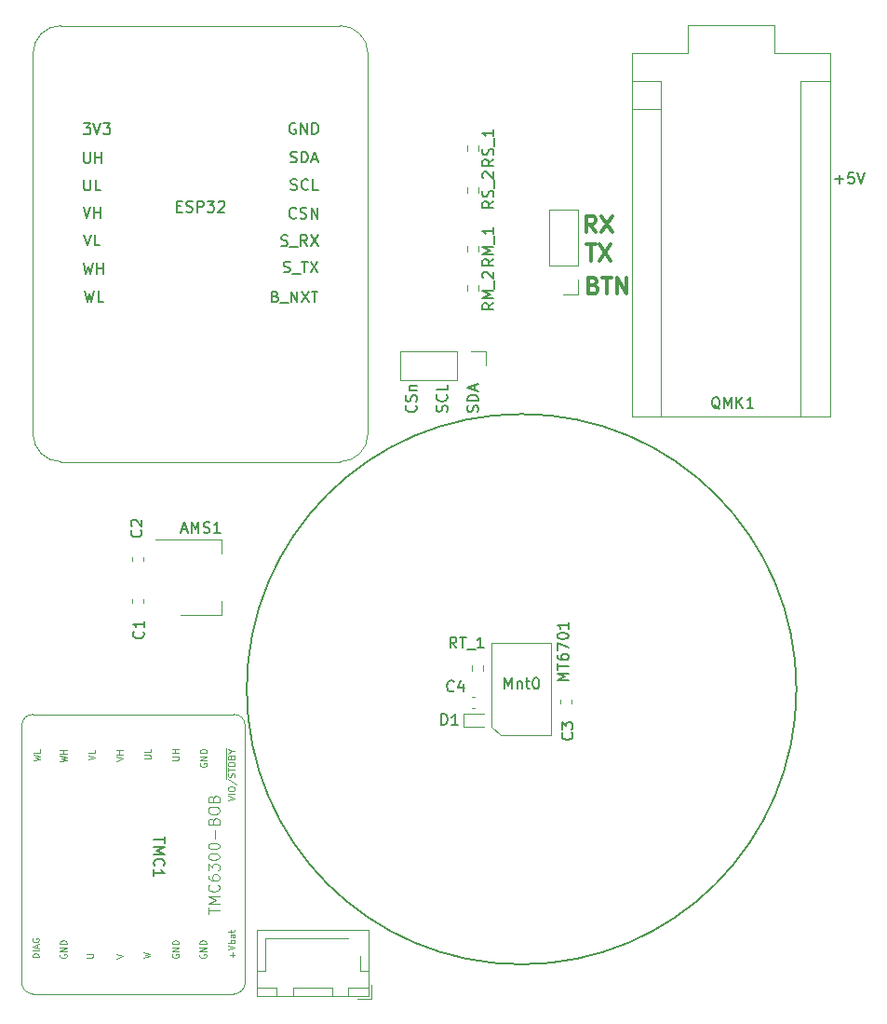
<source format=gbr>
%TF.GenerationSoftware,KiCad,Pcbnew,(6.0.1)*%
%TF.CreationDate,2023-03-02T15:38:04+08:00*%
%TF.ProjectId,Scroller Motor 1,5363726f-6c6c-4657-9220-4d6f746f7220,rev?*%
%TF.SameCoordinates,Original*%
%TF.FileFunction,Legend,Top*%
%TF.FilePolarity,Positive*%
%FSLAX46Y46*%
G04 Gerber Fmt 4.6, Leading zero omitted, Abs format (unit mm)*
G04 Created by KiCad (PCBNEW (6.0.1)) date 2023-03-02 15:38:04*
%MOMM*%
%LPD*%
G01*
G04 APERTURE LIST*
%ADD10C,0.300000*%
%ADD11C,0.150000*%
%ADD12C,0.100000*%
%ADD13C,0.120000*%
G04 APERTURE END LIST*
D10*
X133550000Y-90292857D02*
X133764285Y-90364285D01*
X133835714Y-90435714D01*
X133907142Y-90578571D01*
X133907142Y-90792857D01*
X133835714Y-90935714D01*
X133764285Y-91007142D01*
X133621428Y-91078571D01*
X133050000Y-91078571D01*
X133050000Y-89578571D01*
X133550000Y-89578571D01*
X133692857Y-89650000D01*
X133764285Y-89721428D01*
X133835714Y-89864285D01*
X133835714Y-90007142D01*
X133764285Y-90150000D01*
X133692857Y-90221428D01*
X133550000Y-90292857D01*
X133050000Y-90292857D01*
X134335714Y-89578571D02*
X135192857Y-89578571D01*
X134764285Y-91078571D02*
X134764285Y-89578571D01*
X135692857Y-91078571D02*
X135692857Y-89578571D01*
X136550000Y-91078571D01*
X136550000Y-89578571D01*
X132857142Y-86578571D02*
X133714285Y-86578571D01*
X133285714Y-88078571D02*
X133285714Y-86578571D01*
X134071428Y-86578571D02*
X135071428Y-88078571D01*
X135071428Y-86578571D02*
X134071428Y-88078571D01*
X133750000Y-85478571D02*
X133250000Y-84764285D01*
X132892857Y-85478571D02*
X132892857Y-83978571D01*
X133464285Y-83978571D01*
X133607142Y-84050000D01*
X133678571Y-84121428D01*
X133750000Y-84264285D01*
X133750000Y-84478571D01*
X133678571Y-84621428D01*
X133607142Y-84692857D01*
X133464285Y-84764285D01*
X132892857Y-84764285D01*
X134250000Y-83978571D02*
X135250000Y-85478571D01*
X135250000Y-83978571D02*
X134250000Y-85478571D01*
D11*
X155514285Y-80671428D02*
X156276190Y-80671428D01*
X155895238Y-81052380D02*
X155895238Y-80290476D01*
X157228571Y-80052380D02*
X156752380Y-80052380D01*
X156704761Y-80528571D01*
X156752380Y-80480952D01*
X156847619Y-80433333D01*
X157085714Y-80433333D01*
X157180952Y-80480952D01*
X157228571Y-80528571D01*
X157276190Y-80623809D01*
X157276190Y-80861904D01*
X157228571Y-80957142D01*
X157180952Y-81004761D01*
X157085714Y-81052380D01*
X156847619Y-81052380D01*
X156752380Y-81004761D01*
X156704761Y-80957142D01*
X157561904Y-80052380D02*
X157895238Y-81052380D01*
X158228571Y-80052380D01*
X123004761Y-101814285D02*
X123052380Y-101671428D01*
X123052380Y-101433333D01*
X123004761Y-101338095D01*
X122957142Y-101290476D01*
X122861904Y-101242857D01*
X122766666Y-101242857D01*
X122671428Y-101290476D01*
X122623809Y-101338095D01*
X122576190Y-101433333D01*
X122528571Y-101623809D01*
X122480952Y-101719047D01*
X122433333Y-101766666D01*
X122338095Y-101814285D01*
X122242857Y-101814285D01*
X122147619Y-101766666D01*
X122100000Y-101719047D01*
X122052380Y-101623809D01*
X122052380Y-101385714D01*
X122100000Y-101242857D01*
X123052380Y-100814285D02*
X122052380Y-100814285D01*
X122052380Y-100576190D01*
X122100000Y-100433333D01*
X122195238Y-100338095D01*
X122290476Y-100290476D01*
X122480952Y-100242857D01*
X122623809Y-100242857D01*
X122814285Y-100290476D01*
X122909523Y-100338095D01*
X123004761Y-100433333D01*
X123052380Y-100576190D01*
X123052380Y-100814285D01*
X122766666Y-99861904D02*
X122766666Y-99385714D01*
X123052380Y-99957142D02*
X122052380Y-99623809D01*
X123052380Y-99290476D01*
X120204761Y-101790476D02*
X120252380Y-101647619D01*
X120252380Y-101409523D01*
X120204761Y-101314285D01*
X120157142Y-101266666D01*
X120061904Y-101219047D01*
X119966666Y-101219047D01*
X119871428Y-101266666D01*
X119823809Y-101314285D01*
X119776190Y-101409523D01*
X119728571Y-101600000D01*
X119680952Y-101695238D01*
X119633333Y-101742857D01*
X119538095Y-101790476D01*
X119442857Y-101790476D01*
X119347619Y-101742857D01*
X119300000Y-101695238D01*
X119252380Y-101600000D01*
X119252380Y-101361904D01*
X119300000Y-101219047D01*
X120157142Y-100219047D02*
X120204761Y-100266666D01*
X120252380Y-100409523D01*
X120252380Y-100504761D01*
X120204761Y-100647619D01*
X120109523Y-100742857D01*
X120014285Y-100790476D01*
X119823809Y-100838095D01*
X119680952Y-100838095D01*
X119490476Y-100790476D01*
X119395238Y-100742857D01*
X119300000Y-100647619D01*
X119252380Y-100504761D01*
X119252380Y-100409523D01*
X119300000Y-100266666D01*
X119347619Y-100219047D01*
X120252380Y-99314285D02*
X120252380Y-99790476D01*
X119252380Y-99790476D01*
X117357142Y-101219047D02*
X117404761Y-101266666D01*
X117452380Y-101409523D01*
X117452380Y-101504761D01*
X117404761Y-101647619D01*
X117309523Y-101742857D01*
X117214285Y-101790476D01*
X117023809Y-101838095D01*
X116880952Y-101838095D01*
X116690476Y-101790476D01*
X116595238Y-101742857D01*
X116500000Y-101647619D01*
X116452380Y-101504761D01*
X116452380Y-101409523D01*
X116500000Y-101266666D01*
X116547619Y-101219047D01*
X117404761Y-100838095D02*
X117452380Y-100695238D01*
X117452380Y-100457142D01*
X117404761Y-100361904D01*
X117357142Y-100314285D01*
X117261904Y-100266666D01*
X117166666Y-100266666D01*
X117071428Y-100314285D01*
X117023809Y-100361904D01*
X116976190Y-100457142D01*
X116928571Y-100647619D01*
X116880952Y-100742857D01*
X116833333Y-100790476D01*
X116738095Y-100838095D01*
X116642857Y-100838095D01*
X116547619Y-100790476D01*
X116500000Y-100742857D01*
X116452380Y-100647619D01*
X116452380Y-100409523D01*
X116500000Y-100266666D01*
X116785714Y-99838095D02*
X117452380Y-99838095D01*
X116880952Y-99838095D02*
X116833333Y-99790476D01*
X116785714Y-99695238D01*
X116785714Y-99552380D01*
X116833333Y-99457142D01*
X116928571Y-99409523D01*
X117452380Y-99409523D01*
X152000000Y-127000000D02*
G75*
G03*
X152000000Y-127000000I-25000000J0D01*
G01*
%TO.C,TMC1*%
X94527619Y-140406666D02*
X94527619Y-140978095D01*
X93527619Y-140692380D02*
X94527619Y-140692380D01*
X93527619Y-141311428D02*
X94527619Y-141311428D01*
X93813333Y-141644761D01*
X94527619Y-141978095D01*
X93527619Y-141978095D01*
X93622857Y-143025714D02*
X93575238Y-142978095D01*
X93527619Y-142835238D01*
X93527619Y-142740000D01*
X93575238Y-142597142D01*
X93670476Y-142501904D01*
X93765714Y-142454285D01*
X93956190Y-142406666D01*
X94099047Y-142406666D01*
X94289523Y-142454285D01*
X94384761Y-142501904D01*
X94480000Y-142597142D01*
X94527619Y-142740000D01*
X94527619Y-142835238D01*
X94480000Y-142978095D01*
X94432380Y-143025714D01*
X93527619Y-143978095D02*
X93527619Y-143406666D01*
X93527619Y-143692380D02*
X94527619Y-143692380D01*
X94384761Y-143597142D01*
X94289523Y-143501904D01*
X94241904Y-143406666D01*
D12*
X82611428Y-133489285D02*
X83211428Y-133346428D01*
X82782857Y-133232142D01*
X83211428Y-133117857D01*
X82611428Y-132975000D01*
X83211428Y-132460714D02*
X83211428Y-132746428D01*
X82611428Y-132746428D01*
X85011428Y-133589285D02*
X85611428Y-133446428D01*
X85182857Y-133332142D01*
X85611428Y-133217857D01*
X85011428Y-133075000D01*
X85611428Y-132846428D02*
X85011428Y-132846428D01*
X85297142Y-132846428D02*
X85297142Y-132503571D01*
X85611428Y-132503571D02*
X85011428Y-132503571D01*
X92611428Y-151405000D02*
X93211428Y-151262142D01*
X92782857Y-151147857D01*
X93211428Y-151033571D01*
X92611428Y-150890714D01*
X90111428Y-133517857D02*
X90711428Y-133317857D01*
X90111428Y-133117857D01*
X90711428Y-132917857D02*
X90111428Y-132917857D01*
X90397142Y-132917857D02*
X90397142Y-132575000D01*
X90711428Y-132575000D02*
X90111428Y-132575000D01*
X98492380Y-147401868D02*
X98492380Y-146830440D01*
X99492380Y-147116154D02*
X98492380Y-147116154D01*
X99492380Y-146497107D02*
X98492380Y-146497107D01*
X99206666Y-146163773D01*
X98492380Y-145830440D01*
X99492380Y-145830440D01*
X99397142Y-144782821D02*
X99444761Y-144830440D01*
X99492380Y-144973297D01*
X99492380Y-145068535D01*
X99444761Y-145211392D01*
X99349523Y-145306630D01*
X99254285Y-145354249D01*
X99063809Y-145401868D01*
X98920952Y-145401868D01*
X98730476Y-145354249D01*
X98635238Y-145306630D01*
X98540000Y-145211392D01*
X98492380Y-145068535D01*
X98492380Y-144973297D01*
X98540000Y-144830440D01*
X98587619Y-144782821D01*
X98492380Y-143925678D02*
X98492380Y-144116154D01*
X98540000Y-144211392D01*
X98587619Y-144259011D01*
X98730476Y-144354249D01*
X98920952Y-144401868D01*
X99301904Y-144401868D01*
X99397142Y-144354249D01*
X99444761Y-144306630D01*
X99492380Y-144211392D01*
X99492380Y-144020916D01*
X99444761Y-143925678D01*
X99397142Y-143878059D01*
X99301904Y-143830440D01*
X99063809Y-143830440D01*
X98968571Y-143878059D01*
X98920952Y-143925678D01*
X98873333Y-144020916D01*
X98873333Y-144211392D01*
X98920952Y-144306630D01*
X98968571Y-144354249D01*
X99063809Y-144401868D01*
X98492380Y-143497107D02*
X98492380Y-142878059D01*
X98873333Y-143211392D01*
X98873333Y-143068535D01*
X98920952Y-142973297D01*
X98968571Y-142925678D01*
X99063809Y-142878059D01*
X99301904Y-142878059D01*
X99397142Y-142925678D01*
X99444761Y-142973297D01*
X99492380Y-143068535D01*
X99492380Y-143354249D01*
X99444761Y-143449487D01*
X99397142Y-143497107D01*
X98492380Y-142259011D02*
X98492380Y-142163773D01*
X98540000Y-142068535D01*
X98587619Y-142020916D01*
X98682857Y-141973297D01*
X98873333Y-141925678D01*
X99111428Y-141925678D01*
X99301904Y-141973297D01*
X99397142Y-142020916D01*
X99444761Y-142068535D01*
X99492380Y-142163773D01*
X99492380Y-142259011D01*
X99444761Y-142354249D01*
X99397142Y-142401868D01*
X99301904Y-142449487D01*
X99111428Y-142497107D01*
X98873333Y-142497107D01*
X98682857Y-142449487D01*
X98587619Y-142401868D01*
X98540000Y-142354249D01*
X98492380Y-142259011D01*
X98492380Y-141306630D02*
X98492380Y-141211392D01*
X98540000Y-141116154D01*
X98587619Y-141068535D01*
X98682857Y-141020916D01*
X98873333Y-140973297D01*
X99111428Y-140973297D01*
X99301904Y-141020916D01*
X99397142Y-141068535D01*
X99444761Y-141116154D01*
X99492380Y-141211392D01*
X99492380Y-141306630D01*
X99444761Y-141401868D01*
X99397142Y-141449487D01*
X99301904Y-141497107D01*
X99111428Y-141544726D01*
X98873333Y-141544726D01*
X98682857Y-141497107D01*
X98587619Y-141449487D01*
X98540000Y-141401868D01*
X98492380Y-141306630D01*
X99111428Y-140544726D02*
X99111428Y-139782821D01*
X98968571Y-138973297D02*
X99016190Y-138830440D01*
X99063809Y-138782821D01*
X99159047Y-138735202D01*
X99301904Y-138735202D01*
X99397142Y-138782821D01*
X99444761Y-138830440D01*
X99492380Y-138925678D01*
X99492380Y-139306630D01*
X98492380Y-139306630D01*
X98492380Y-138973297D01*
X98540000Y-138878059D01*
X98587619Y-138830440D01*
X98682857Y-138782821D01*
X98778095Y-138782821D01*
X98873333Y-138830440D01*
X98920952Y-138878059D01*
X98968571Y-138973297D01*
X98968571Y-139306630D01*
X98492380Y-138116154D02*
X98492380Y-137925678D01*
X98540000Y-137830440D01*
X98635238Y-137735202D01*
X98825714Y-137687583D01*
X99159047Y-137687583D01*
X99349523Y-137735202D01*
X99444761Y-137830440D01*
X99492380Y-137925678D01*
X99492380Y-138116154D01*
X99444761Y-138211392D01*
X99349523Y-138306630D01*
X99159047Y-138354249D01*
X98825714Y-138354249D01*
X98635238Y-138306630D01*
X98540000Y-138211392D01*
X98492380Y-138116154D01*
X98968571Y-136925678D02*
X99016190Y-136782821D01*
X99063809Y-136735202D01*
X99159047Y-136687583D01*
X99301904Y-136687583D01*
X99397142Y-136735202D01*
X99444761Y-136782821D01*
X99492380Y-136878059D01*
X99492380Y-137259011D01*
X98492380Y-137259011D01*
X98492380Y-136925678D01*
X98540000Y-136830440D01*
X98587619Y-136782821D01*
X98682857Y-136735202D01*
X98778095Y-136735202D01*
X98873333Y-136782821D01*
X98920952Y-136830440D01*
X98968571Y-136925678D01*
X98968571Y-137259011D01*
X87580036Y-133417857D02*
X88180036Y-133217857D01*
X87580036Y-133017857D01*
X88180036Y-132532142D02*
X88180036Y-132817857D01*
X87580036Y-132817857D01*
X100682857Y-151347857D02*
X100682857Y-150890714D01*
X100911428Y-151119285D02*
X100454285Y-151119285D01*
X100311428Y-150690714D02*
X100911428Y-150490714D01*
X100311428Y-150290714D01*
X100911428Y-150090714D02*
X100311428Y-150090714D01*
X100540000Y-150090714D02*
X100511428Y-150033571D01*
X100511428Y-149919285D01*
X100540000Y-149862142D01*
X100568571Y-149833571D01*
X100625714Y-149805000D01*
X100797142Y-149805000D01*
X100854285Y-149833571D01*
X100882857Y-149862142D01*
X100911428Y-149919285D01*
X100911428Y-150033571D01*
X100882857Y-150090714D01*
X100911428Y-149290714D02*
X100597142Y-149290714D01*
X100540000Y-149319285D01*
X100511428Y-149376428D01*
X100511428Y-149490714D01*
X100540000Y-149547857D01*
X100882857Y-149290714D02*
X100911428Y-149347857D01*
X100911428Y-149490714D01*
X100882857Y-149547857D01*
X100825714Y-149576428D01*
X100768571Y-149576428D01*
X100711428Y-149547857D01*
X100682857Y-149490714D01*
X100682857Y-149347857D01*
X100654285Y-149290714D01*
X100511428Y-149090714D02*
X100511428Y-148862142D01*
X100311428Y-149005000D02*
X100825714Y-149005000D01*
X100882857Y-148976428D01*
X100911428Y-148919285D01*
X100911428Y-148862142D01*
X95208607Y-133432142D02*
X95694321Y-133432142D01*
X95751464Y-133403571D01*
X95780036Y-133375000D01*
X95808607Y-133317857D01*
X95808607Y-133203571D01*
X95780036Y-133146428D01*
X95751464Y-133117857D01*
X95694321Y-133089285D01*
X95208607Y-133089285D01*
X95808607Y-132803571D02*
X95208607Y-132803571D01*
X95494321Y-132803571D02*
X95494321Y-132460714D01*
X95808607Y-132460714D02*
X95208607Y-132460714D01*
X97740000Y-151076428D02*
X97711428Y-151133571D01*
X97711428Y-151219285D01*
X97740000Y-151305000D01*
X97797142Y-151362142D01*
X97854285Y-151390714D01*
X97968571Y-151419285D01*
X98054285Y-151419285D01*
X98168571Y-151390714D01*
X98225714Y-151362142D01*
X98282857Y-151305000D01*
X98311428Y-151219285D01*
X98311428Y-151162142D01*
X98282857Y-151076428D01*
X98254285Y-151047857D01*
X98054285Y-151047857D01*
X98054285Y-151162142D01*
X98311428Y-150790714D02*
X97711428Y-150790714D01*
X98311428Y-150447857D01*
X97711428Y-150447857D01*
X98311428Y-150162142D02*
X97711428Y-150162142D01*
X97711428Y-150019285D01*
X97740000Y-149933571D01*
X97797142Y-149876428D01*
X97854285Y-149847857D01*
X97968571Y-149819285D01*
X98054285Y-149819285D01*
X98168571Y-149847857D01*
X98225714Y-149876428D01*
X98282857Y-149933571D01*
X98311428Y-150019285D01*
X98311428Y-150162142D01*
X85040000Y-151076428D02*
X85011428Y-151133571D01*
X85011428Y-151219285D01*
X85040000Y-151305000D01*
X85097142Y-151362142D01*
X85154285Y-151390714D01*
X85268571Y-151419285D01*
X85354285Y-151419285D01*
X85468571Y-151390714D01*
X85525714Y-151362142D01*
X85582857Y-151305000D01*
X85611428Y-151219285D01*
X85611428Y-151162142D01*
X85582857Y-151076428D01*
X85554285Y-151047857D01*
X85354285Y-151047857D01*
X85354285Y-151162142D01*
X85611428Y-150790714D02*
X85011428Y-150790714D01*
X85611428Y-150447857D01*
X85011428Y-150447857D01*
X85611428Y-150162142D02*
X85011428Y-150162142D01*
X85011428Y-150019285D01*
X85040000Y-149933571D01*
X85097142Y-149876428D01*
X85154285Y-149847857D01*
X85268571Y-149819285D01*
X85354285Y-149819285D01*
X85468571Y-149847857D01*
X85525714Y-149876428D01*
X85582857Y-149933571D01*
X85611428Y-150019285D01*
X85611428Y-150162142D01*
X92665750Y-133332142D02*
X93151464Y-133332142D01*
X93208607Y-133303571D01*
X93237179Y-133275000D01*
X93265750Y-133217857D01*
X93265750Y-133103571D01*
X93237179Y-133046428D01*
X93208607Y-133017857D01*
X93151464Y-132989285D01*
X92665750Y-132989285D01*
X93265750Y-132417857D02*
X93265750Y-132703571D01*
X92665750Y-132703571D01*
X83094321Y-151362142D02*
X82494321Y-151362142D01*
X82494321Y-151219285D01*
X82522893Y-151133571D01*
X82580035Y-151076428D01*
X82637178Y-151047857D01*
X82751464Y-151019285D01*
X82837178Y-151019285D01*
X82951464Y-151047857D01*
X83008607Y-151076428D01*
X83065750Y-151133571D01*
X83094321Y-151219285D01*
X83094321Y-151362142D01*
X83094321Y-150762142D02*
X82494321Y-150762142D01*
X82922893Y-150505000D02*
X82922893Y-150219285D01*
X83094321Y-150562142D02*
X82494321Y-150362142D01*
X83094321Y-150162142D01*
X82522893Y-149647857D02*
X82494321Y-149705000D01*
X82494321Y-149790714D01*
X82522893Y-149876428D01*
X82580035Y-149933571D01*
X82637178Y-149962142D01*
X82751464Y-149990714D01*
X82837178Y-149990714D01*
X82951464Y-149962142D01*
X83008607Y-149933571D01*
X83065750Y-149876428D01*
X83094321Y-149790714D01*
X83094321Y-149733571D01*
X83065750Y-149647857D01*
X83037178Y-149619285D01*
X82837178Y-149619285D01*
X82837178Y-149733571D01*
X90111428Y-151462142D02*
X90711428Y-151262142D01*
X90111428Y-151062142D01*
X95240000Y-151076428D02*
X95211428Y-151133571D01*
X95211428Y-151219285D01*
X95240000Y-151305000D01*
X95297142Y-151362142D01*
X95354285Y-151390714D01*
X95468571Y-151419285D01*
X95554285Y-151419285D01*
X95668571Y-151390714D01*
X95725714Y-151362142D01*
X95782857Y-151305000D01*
X95811428Y-151219285D01*
X95811428Y-151162142D01*
X95782857Y-151076428D01*
X95754285Y-151047857D01*
X95554285Y-151047857D01*
X95554285Y-151162142D01*
X95811428Y-150790714D02*
X95211428Y-150790714D01*
X95811428Y-150447857D01*
X95211428Y-150447857D01*
X95811428Y-150162142D02*
X95211428Y-150162142D01*
X95211428Y-150019285D01*
X95240000Y-149933571D01*
X95297142Y-149876428D01*
X95354285Y-149847857D01*
X95468571Y-149819285D01*
X95554285Y-149819285D01*
X95668571Y-149847857D01*
X95725714Y-149876428D01*
X95782857Y-149933571D01*
X95811428Y-150019285D01*
X95811428Y-150162142D01*
X100294321Y-137117857D02*
X100894321Y-136917857D01*
X100294321Y-136717857D01*
X100894321Y-136517857D02*
X100294321Y-136517857D01*
X100294321Y-136117857D02*
X100294321Y-136003571D01*
X100322893Y-135946428D01*
X100380035Y-135889285D01*
X100494321Y-135860714D01*
X100694321Y-135860714D01*
X100808607Y-135889285D01*
X100865750Y-135946428D01*
X100894321Y-136003571D01*
X100894321Y-136117857D01*
X100865750Y-136175000D01*
X100808607Y-136232142D01*
X100694321Y-136260714D01*
X100494321Y-136260714D01*
X100380035Y-136232142D01*
X100322893Y-136175000D01*
X100294321Y-136117857D01*
X100265750Y-135175000D02*
X101037178Y-135689285D01*
X100124893Y-135117857D02*
X100124893Y-134546428D01*
X100865750Y-135003571D02*
X100894321Y-134917857D01*
X100894321Y-134775000D01*
X100865750Y-134717857D01*
X100837178Y-134689285D01*
X100780035Y-134660714D01*
X100722893Y-134660714D01*
X100665750Y-134689285D01*
X100637178Y-134717857D01*
X100608607Y-134775000D01*
X100580035Y-134889285D01*
X100551464Y-134946428D01*
X100522893Y-134975000D01*
X100465750Y-135003571D01*
X100408607Y-135003571D01*
X100351464Y-134975000D01*
X100322893Y-134946428D01*
X100294321Y-134889285D01*
X100294321Y-134746428D01*
X100322893Y-134660714D01*
X100124893Y-134546428D02*
X100124893Y-134089285D01*
X100294321Y-134489285D02*
X100294321Y-134146428D01*
X100894321Y-134317857D02*
X100294321Y-134317857D01*
X100124893Y-134089285D02*
X100124893Y-133489285D01*
X100894321Y-133946428D02*
X100294321Y-133946428D01*
X100294321Y-133803571D01*
X100322893Y-133717857D01*
X100380035Y-133660714D01*
X100437178Y-133632142D01*
X100551464Y-133603571D01*
X100637178Y-133603571D01*
X100751464Y-133632142D01*
X100808607Y-133660714D01*
X100865750Y-133717857D01*
X100894321Y-133803571D01*
X100894321Y-133946428D01*
X100124893Y-133489285D02*
X100124893Y-132889285D01*
X100580035Y-133146428D02*
X100608607Y-133060714D01*
X100637178Y-133032142D01*
X100694321Y-133003571D01*
X100780035Y-133003571D01*
X100837178Y-133032142D01*
X100865750Y-133060714D01*
X100894321Y-133117857D01*
X100894321Y-133346428D01*
X100294321Y-133346428D01*
X100294321Y-133146428D01*
X100322893Y-133089285D01*
X100351464Y-133060714D01*
X100408607Y-133032142D01*
X100465750Y-133032142D01*
X100522893Y-133060714D01*
X100551464Y-133089285D01*
X100580035Y-133146428D01*
X100580035Y-133346428D01*
X100124893Y-132889285D02*
X100124893Y-132375000D01*
X100608607Y-132632142D02*
X100894321Y-132632142D01*
X100294321Y-132832142D02*
X100608607Y-132632142D01*
X100294321Y-132432142D01*
X87411428Y-151390714D02*
X87897142Y-151390714D01*
X87954285Y-151362142D01*
X87982857Y-151333571D01*
X88011428Y-151276428D01*
X88011428Y-151162142D01*
X87982857Y-151105000D01*
X87954285Y-151076428D01*
X87897142Y-151047857D01*
X87411428Y-151047857D01*
X97780036Y-133717857D02*
X97751464Y-133775000D01*
X97751464Y-133860714D01*
X97780036Y-133946428D01*
X97837178Y-134003571D01*
X97894321Y-134032142D01*
X98008607Y-134060714D01*
X98094321Y-134060714D01*
X98208607Y-134032142D01*
X98265750Y-134003571D01*
X98322893Y-133946428D01*
X98351464Y-133860714D01*
X98351464Y-133803571D01*
X98322893Y-133717857D01*
X98294321Y-133689285D01*
X98094321Y-133689285D01*
X98094321Y-133803571D01*
X98351464Y-133432142D02*
X97751464Y-133432142D01*
X98351464Y-133089285D01*
X97751464Y-133089285D01*
X98351464Y-132803571D02*
X97751464Y-132803571D01*
X97751464Y-132660714D01*
X97780036Y-132575000D01*
X97837178Y-132517857D01*
X97894321Y-132489285D01*
X98008607Y-132460714D01*
X98094321Y-132460714D01*
X98208607Y-132489285D01*
X98265750Y-132517857D01*
X98322893Y-132575000D01*
X98351464Y-132660714D01*
X98351464Y-132803571D01*
D11*
%TO.C,C4*%
X120833333Y-127127142D02*
X120785714Y-127174761D01*
X120642857Y-127222380D01*
X120547619Y-127222380D01*
X120404761Y-127174761D01*
X120309523Y-127079523D01*
X120261904Y-126984285D01*
X120214285Y-126793809D01*
X120214285Y-126650952D01*
X120261904Y-126460476D01*
X120309523Y-126365238D01*
X120404761Y-126270000D01*
X120547619Y-126222380D01*
X120642857Y-126222380D01*
X120785714Y-126270000D01*
X120833333Y-126317619D01*
X121690476Y-126555714D02*
X121690476Y-127222380D01*
X121452380Y-126174761D02*
X121214285Y-126889047D01*
X121833333Y-126889047D01*
%TO.C,C3*%
X131557142Y-130966666D02*
X131604761Y-131014285D01*
X131652380Y-131157142D01*
X131652380Y-131252380D01*
X131604761Y-131395238D01*
X131509523Y-131490476D01*
X131414285Y-131538095D01*
X131223809Y-131585714D01*
X131080952Y-131585714D01*
X130890476Y-131538095D01*
X130795238Y-131490476D01*
X130700000Y-131395238D01*
X130652380Y-131252380D01*
X130652380Y-131157142D01*
X130700000Y-131014285D01*
X130747619Y-130966666D01*
X130652380Y-130633333D02*
X130652380Y-130014285D01*
X131033333Y-130347619D01*
X131033333Y-130204761D01*
X131080952Y-130109523D01*
X131128571Y-130061904D01*
X131223809Y-130014285D01*
X131461904Y-130014285D01*
X131557142Y-130061904D01*
X131604761Y-130109523D01*
X131652380Y-130204761D01*
X131652380Y-130490476D01*
X131604761Y-130585714D01*
X131557142Y-130633333D01*
%TO.C,C1*%
X92557142Y-121766666D02*
X92604761Y-121814285D01*
X92652380Y-121957142D01*
X92652380Y-122052380D01*
X92604761Y-122195238D01*
X92509523Y-122290476D01*
X92414285Y-122338095D01*
X92223809Y-122385714D01*
X92080952Y-122385714D01*
X91890476Y-122338095D01*
X91795238Y-122290476D01*
X91700000Y-122195238D01*
X91652380Y-122052380D01*
X91652380Y-121957142D01*
X91700000Y-121814285D01*
X91747619Y-121766666D01*
X92652380Y-120814285D02*
X92652380Y-121385714D01*
X92652380Y-121100000D02*
X91652380Y-121100000D01*
X91795238Y-121195238D01*
X91890476Y-121290476D01*
X91938095Y-121385714D01*
%TO.C,RM_1*%
X124437380Y-87919047D02*
X123961190Y-88252380D01*
X124437380Y-88490476D02*
X123437380Y-88490476D01*
X123437380Y-88109523D01*
X123485000Y-88014285D01*
X123532619Y-87966666D01*
X123627857Y-87919047D01*
X123770714Y-87919047D01*
X123865952Y-87966666D01*
X123913571Y-88014285D01*
X123961190Y-88109523D01*
X123961190Y-88490476D01*
X124437380Y-87490476D02*
X123437380Y-87490476D01*
X124151666Y-87157142D01*
X123437380Y-86823809D01*
X124437380Y-86823809D01*
X124532619Y-86585714D02*
X124532619Y-85823809D01*
X124437380Y-85061904D02*
X124437380Y-85633333D01*
X124437380Y-85347619D02*
X123437380Y-85347619D01*
X123580238Y-85442857D01*
X123675476Y-85538095D01*
X123723095Y-85633333D01*
%TO.C,RS_2*%
X124437380Y-82661309D02*
X123961190Y-82994642D01*
X124437380Y-83232738D02*
X123437380Y-83232738D01*
X123437380Y-82851785D01*
X123485000Y-82756547D01*
X123532619Y-82708928D01*
X123627857Y-82661309D01*
X123770714Y-82661309D01*
X123865952Y-82708928D01*
X123913571Y-82756547D01*
X123961190Y-82851785D01*
X123961190Y-83232738D01*
X124389761Y-82280357D02*
X124437380Y-82137500D01*
X124437380Y-81899404D01*
X124389761Y-81804166D01*
X124342142Y-81756547D01*
X124246904Y-81708928D01*
X124151666Y-81708928D01*
X124056428Y-81756547D01*
X124008809Y-81804166D01*
X123961190Y-81899404D01*
X123913571Y-82089880D01*
X123865952Y-82185119D01*
X123818333Y-82232738D01*
X123723095Y-82280357D01*
X123627857Y-82280357D01*
X123532619Y-82232738D01*
X123485000Y-82185119D01*
X123437380Y-82089880D01*
X123437380Y-81851785D01*
X123485000Y-81708928D01*
X124532619Y-81518452D02*
X124532619Y-80756547D01*
X123532619Y-80566071D02*
X123485000Y-80518452D01*
X123437380Y-80423214D01*
X123437380Y-80185119D01*
X123485000Y-80089880D01*
X123532619Y-80042261D01*
X123627857Y-79994642D01*
X123723095Y-79994642D01*
X123865952Y-80042261D01*
X124437380Y-80613690D01*
X124437380Y-79994642D01*
%TO.C,RT_1*%
X121071428Y-123252380D02*
X120738095Y-122776190D01*
X120500000Y-123252380D02*
X120500000Y-122252380D01*
X120880952Y-122252380D01*
X120976190Y-122300000D01*
X121023809Y-122347619D01*
X121071428Y-122442857D01*
X121071428Y-122585714D01*
X121023809Y-122680952D01*
X120976190Y-122728571D01*
X120880952Y-122776190D01*
X120500000Y-122776190D01*
X121357142Y-122252380D02*
X121928571Y-122252380D01*
X121642857Y-123252380D02*
X121642857Y-122252380D01*
X122023809Y-123347619D02*
X122785714Y-123347619D01*
X123547619Y-123252380D02*
X122976190Y-123252380D01*
X123261904Y-123252380D02*
X123261904Y-122252380D01*
X123166666Y-122395238D01*
X123071428Y-122490476D01*
X122976190Y-122538095D01*
%TO.C,QMK1*%
X145033333Y-101547619D02*
X144938095Y-101500000D01*
X144842857Y-101404761D01*
X144700000Y-101261904D01*
X144604761Y-101214285D01*
X144509523Y-101214285D01*
X144557142Y-101452380D02*
X144461904Y-101404761D01*
X144366666Y-101309523D01*
X144319047Y-101119047D01*
X144319047Y-100785714D01*
X144366666Y-100595238D01*
X144461904Y-100500000D01*
X144557142Y-100452380D01*
X144747619Y-100452380D01*
X144842857Y-100500000D01*
X144938095Y-100595238D01*
X144985714Y-100785714D01*
X144985714Y-101119047D01*
X144938095Y-101309523D01*
X144842857Y-101404761D01*
X144747619Y-101452380D01*
X144557142Y-101452380D01*
X145414285Y-101452380D02*
X145414285Y-100452380D01*
X145747619Y-101166666D01*
X146080952Y-100452380D01*
X146080952Y-101452380D01*
X146557142Y-101452380D02*
X146557142Y-100452380D01*
X147128571Y-101452380D02*
X146700000Y-100880952D01*
X147128571Y-100452380D02*
X146557142Y-101023809D01*
X148080952Y-101452380D02*
X147509523Y-101452380D01*
X147795238Y-101452380D02*
X147795238Y-100452380D01*
X147700000Y-100595238D01*
X147604761Y-100690476D01*
X147509523Y-100738095D01*
%TO.C,RM_2*%
X124437380Y-91919047D02*
X123961190Y-92252380D01*
X124437380Y-92490476D02*
X123437380Y-92490476D01*
X123437380Y-92109523D01*
X123485000Y-92014285D01*
X123532619Y-91966666D01*
X123627857Y-91919047D01*
X123770714Y-91919047D01*
X123865952Y-91966666D01*
X123913571Y-92014285D01*
X123961190Y-92109523D01*
X123961190Y-92490476D01*
X124437380Y-91490476D02*
X123437380Y-91490476D01*
X124151666Y-91157142D01*
X123437380Y-90823809D01*
X124437380Y-90823809D01*
X124532619Y-90585714D02*
X124532619Y-89823809D01*
X123532619Y-89633333D02*
X123485000Y-89585714D01*
X123437380Y-89490476D01*
X123437380Y-89252380D01*
X123485000Y-89157142D01*
X123532619Y-89109523D01*
X123627857Y-89061904D01*
X123723095Y-89061904D01*
X123865952Y-89109523D01*
X124437380Y-89680952D01*
X124437380Y-89061904D01*
%TO.C,ESP32*%
X95647142Y-83128571D02*
X95980476Y-83128571D01*
X96123333Y-83652380D02*
X95647142Y-83652380D01*
X95647142Y-82652380D01*
X96123333Y-82652380D01*
X96504285Y-83604761D02*
X96647142Y-83652380D01*
X96885238Y-83652380D01*
X96980476Y-83604761D01*
X97028095Y-83557142D01*
X97075714Y-83461904D01*
X97075714Y-83366666D01*
X97028095Y-83271428D01*
X96980476Y-83223809D01*
X96885238Y-83176190D01*
X96694761Y-83128571D01*
X96599523Y-83080952D01*
X96551904Y-83033333D01*
X96504285Y-82938095D01*
X96504285Y-82842857D01*
X96551904Y-82747619D01*
X96599523Y-82700000D01*
X96694761Y-82652380D01*
X96932857Y-82652380D01*
X97075714Y-82700000D01*
X97504285Y-83652380D02*
X97504285Y-82652380D01*
X97885238Y-82652380D01*
X97980476Y-82700000D01*
X98028095Y-82747619D01*
X98075714Y-82842857D01*
X98075714Y-82985714D01*
X98028095Y-83080952D01*
X97980476Y-83128571D01*
X97885238Y-83176190D01*
X97504285Y-83176190D01*
X98409047Y-82652380D02*
X99028095Y-82652380D01*
X98694761Y-83033333D01*
X98837619Y-83033333D01*
X98932857Y-83080952D01*
X98980476Y-83128571D01*
X99028095Y-83223809D01*
X99028095Y-83461904D01*
X98980476Y-83557142D01*
X98932857Y-83604761D01*
X98837619Y-83652380D01*
X98551904Y-83652380D01*
X98456666Y-83604761D01*
X98409047Y-83557142D01*
X99409047Y-82747619D02*
X99456666Y-82700000D01*
X99551904Y-82652380D01*
X99790000Y-82652380D01*
X99885238Y-82700000D01*
X99932857Y-82747619D01*
X99980476Y-82842857D01*
X99980476Y-82938095D01*
X99932857Y-83080952D01*
X99361428Y-83652380D01*
X99980476Y-83652380D01*
X106426095Y-75586000D02*
X106330857Y-75538380D01*
X106188000Y-75538380D01*
X106045142Y-75586000D01*
X105949904Y-75681238D01*
X105902285Y-75776476D01*
X105854666Y-75966952D01*
X105854666Y-76109809D01*
X105902285Y-76300285D01*
X105949904Y-76395523D01*
X106045142Y-76490761D01*
X106188000Y-76538380D01*
X106283238Y-76538380D01*
X106426095Y-76490761D01*
X106473714Y-76443142D01*
X106473714Y-76109809D01*
X106283238Y-76109809D01*
X106902285Y-76538380D02*
X106902285Y-75538380D01*
X107473714Y-76538380D01*
X107473714Y-75538380D01*
X107949904Y-76538380D02*
X107949904Y-75538380D01*
X108188000Y-75538380D01*
X108330857Y-75586000D01*
X108426095Y-75681238D01*
X108473714Y-75776476D01*
X108521333Y-75966952D01*
X108521333Y-76109809D01*
X108473714Y-76300285D01*
X108426095Y-76395523D01*
X108330857Y-76490761D01*
X108188000Y-76538380D01*
X107949904Y-76538380D01*
X104597523Y-91314571D02*
X104740380Y-91362190D01*
X104788000Y-91409809D01*
X104835619Y-91505047D01*
X104835619Y-91647904D01*
X104788000Y-91743142D01*
X104740380Y-91790761D01*
X104645142Y-91838380D01*
X104264190Y-91838380D01*
X104264190Y-90838380D01*
X104597523Y-90838380D01*
X104692761Y-90886000D01*
X104740380Y-90933619D01*
X104788000Y-91028857D01*
X104788000Y-91124095D01*
X104740380Y-91219333D01*
X104692761Y-91266952D01*
X104597523Y-91314571D01*
X104264190Y-91314571D01*
X105026095Y-91933619D02*
X105788000Y-91933619D01*
X106026095Y-91838380D02*
X106026095Y-90838380D01*
X106597523Y-91838380D01*
X106597523Y-90838380D01*
X106978476Y-90838380D02*
X107645142Y-91838380D01*
X107645142Y-90838380D02*
X106978476Y-91838380D01*
X107883238Y-90838380D02*
X108454666Y-90838380D01*
X108168952Y-91838380D02*
X108168952Y-90838380D01*
X87182476Y-78178380D02*
X87182476Y-78987904D01*
X87230095Y-79083142D01*
X87277714Y-79130761D01*
X87372952Y-79178380D01*
X87563428Y-79178380D01*
X87658666Y-79130761D01*
X87706285Y-79083142D01*
X87753904Y-78987904D01*
X87753904Y-78178380D01*
X88230095Y-79178380D02*
X88230095Y-78178380D01*
X88230095Y-78654571D02*
X88801523Y-78654571D01*
X88801523Y-79178380D02*
X88801523Y-78178380D01*
X105364190Y-89090761D02*
X105507047Y-89138380D01*
X105745142Y-89138380D01*
X105840380Y-89090761D01*
X105888000Y-89043142D01*
X105935619Y-88947904D01*
X105935619Y-88852666D01*
X105888000Y-88757428D01*
X105840380Y-88709809D01*
X105745142Y-88662190D01*
X105554666Y-88614571D01*
X105459428Y-88566952D01*
X105411809Y-88519333D01*
X105364190Y-88424095D01*
X105364190Y-88328857D01*
X105411809Y-88233619D01*
X105459428Y-88186000D01*
X105554666Y-88138380D01*
X105792761Y-88138380D01*
X105935619Y-88186000D01*
X106126095Y-89233619D02*
X106888000Y-89233619D01*
X106983238Y-88138380D02*
X107554666Y-88138380D01*
X107268952Y-89138380D02*
X107268952Y-88138380D01*
X107792761Y-88138380D02*
X108459428Y-89138380D01*
X108459428Y-88138380D02*
X107792761Y-89138380D01*
X105997523Y-81590761D02*
X106140380Y-81638380D01*
X106378476Y-81638380D01*
X106473714Y-81590761D01*
X106521333Y-81543142D01*
X106568952Y-81447904D01*
X106568952Y-81352666D01*
X106521333Y-81257428D01*
X106473714Y-81209809D01*
X106378476Y-81162190D01*
X106188000Y-81114571D01*
X106092761Y-81066952D01*
X106045142Y-81019333D01*
X105997523Y-80924095D01*
X105997523Y-80828857D01*
X106045142Y-80733619D01*
X106092761Y-80686000D01*
X106188000Y-80638380D01*
X106426095Y-80638380D01*
X106568952Y-80686000D01*
X107568952Y-81543142D02*
X107521333Y-81590761D01*
X107378476Y-81638380D01*
X107283238Y-81638380D01*
X107140380Y-81590761D01*
X107045142Y-81495523D01*
X106997523Y-81400285D01*
X106949904Y-81209809D01*
X106949904Y-81066952D01*
X106997523Y-80876476D01*
X107045142Y-80781238D01*
X107140380Y-80686000D01*
X107283238Y-80638380D01*
X107378476Y-80638380D01*
X107521333Y-80686000D01*
X107568952Y-80733619D01*
X108473714Y-81638380D02*
X107997523Y-81638380D01*
X107997523Y-80638380D01*
X87258666Y-90778380D02*
X87496761Y-91778380D01*
X87687238Y-91064095D01*
X87877714Y-91778380D01*
X88115809Y-90778380D01*
X88972952Y-91778380D02*
X88496761Y-91778380D01*
X88496761Y-90778380D01*
X105973714Y-79090761D02*
X106116571Y-79138380D01*
X106354666Y-79138380D01*
X106449904Y-79090761D01*
X106497523Y-79043142D01*
X106545142Y-78947904D01*
X106545142Y-78852666D01*
X106497523Y-78757428D01*
X106449904Y-78709809D01*
X106354666Y-78662190D01*
X106164190Y-78614571D01*
X106068952Y-78566952D01*
X106021333Y-78519333D01*
X105973714Y-78424095D01*
X105973714Y-78328857D01*
X106021333Y-78233619D01*
X106068952Y-78186000D01*
X106164190Y-78138380D01*
X106402285Y-78138380D01*
X106545142Y-78186000D01*
X106973714Y-79138380D02*
X106973714Y-78138380D01*
X107211809Y-78138380D01*
X107354666Y-78186000D01*
X107449904Y-78281238D01*
X107497523Y-78376476D01*
X107545142Y-78566952D01*
X107545142Y-78709809D01*
X107497523Y-78900285D01*
X107449904Y-78995523D01*
X107354666Y-79090761D01*
X107211809Y-79138380D01*
X106973714Y-79138380D01*
X107926095Y-78852666D02*
X108402285Y-78852666D01*
X107830857Y-79138380D02*
X108164190Y-78138380D01*
X108497523Y-79138380D01*
X87134857Y-83178380D02*
X87468190Y-84178380D01*
X87801523Y-83178380D01*
X88134857Y-84178380D02*
X88134857Y-83178380D01*
X88134857Y-83654571D02*
X88706285Y-83654571D01*
X88706285Y-84178380D02*
X88706285Y-83178380D01*
X87201523Y-80678380D02*
X87201523Y-81487904D01*
X87249142Y-81583142D01*
X87296761Y-81630761D01*
X87392000Y-81678380D01*
X87582476Y-81678380D01*
X87677714Y-81630761D01*
X87725333Y-81583142D01*
X87772952Y-81487904D01*
X87772952Y-80678380D01*
X88725333Y-81678380D02*
X88249142Y-81678380D01*
X88249142Y-80678380D01*
X87153904Y-75578380D02*
X87772952Y-75578380D01*
X87439619Y-75959333D01*
X87582476Y-75959333D01*
X87677714Y-76006952D01*
X87725333Y-76054571D01*
X87772952Y-76149809D01*
X87772952Y-76387904D01*
X87725333Y-76483142D01*
X87677714Y-76530761D01*
X87582476Y-76578380D01*
X87296761Y-76578380D01*
X87201523Y-76530761D01*
X87153904Y-76483142D01*
X88058666Y-75578380D02*
X88392000Y-76578380D01*
X88725333Y-75578380D01*
X88963428Y-75578380D02*
X89582476Y-75578380D01*
X89249142Y-75959333D01*
X89392000Y-75959333D01*
X89487238Y-76006952D01*
X89534857Y-76054571D01*
X89582476Y-76149809D01*
X89582476Y-76387904D01*
X89534857Y-76483142D01*
X89487238Y-76530761D01*
X89392000Y-76578380D01*
X89106285Y-76578380D01*
X89011047Y-76530761D01*
X88963428Y-76483142D01*
X87153904Y-85678380D02*
X87487238Y-86678380D01*
X87820571Y-85678380D01*
X88630095Y-86678380D02*
X88153904Y-86678380D01*
X88153904Y-85678380D01*
X105145142Y-86690761D02*
X105288000Y-86738380D01*
X105526095Y-86738380D01*
X105621333Y-86690761D01*
X105668952Y-86643142D01*
X105716571Y-86547904D01*
X105716571Y-86452666D01*
X105668952Y-86357428D01*
X105621333Y-86309809D01*
X105526095Y-86262190D01*
X105335619Y-86214571D01*
X105240380Y-86166952D01*
X105192761Y-86119333D01*
X105145142Y-86024095D01*
X105145142Y-85928857D01*
X105192761Y-85833619D01*
X105240380Y-85786000D01*
X105335619Y-85738380D01*
X105573714Y-85738380D01*
X105716571Y-85786000D01*
X105907047Y-86833619D02*
X106668952Y-86833619D01*
X107478476Y-86738380D02*
X107145142Y-86262190D01*
X106907047Y-86738380D02*
X106907047Y-85738380D01*
X107288000Y-85738380D01*
X107383238Y-85786000D01*
X107430857Y-85833619D01*
X107478476Y-85928857D01*
X107478476Y-86071714D01*
X107430857Y-86166952D01*
X107383238Y-86214571D01*
X107288000Y-86262190D01*
X106907047Y-86262190D01*
X107811809Y-85738380D02*
X108478476Y-86738380D01*
X108478476Y-85738380D02*
X107811809Y-86738380D01*
X106497523Y-84143142D02*
X106449904Y-84190761D01*
X106307047Y-84238380D01*
X106211809Y-84238380D01*
X106068952Y-84190761D01*
X105973714Y-84095523D01*
X105926095Y-84000285D01*
X105878476Y-83809809D01*
X105878476Y-83666952D01*
X105926095Y-83476476D01*
X105973714Y-83381238D01*
X106068952Y-83286000D01*
X106211809Y-83238380D01*
X106307047Y-83238380D01*
X106449904Y-83286000D01*
X106497523Y-83333619D01*
X106878476Y-84190761D02*
X107021333Y-84238380D01*
X107259428Y-84238380D01*
X107354666Y-84190761D01*
X107402285Y-84143142D01*
X107449904Y-84047904D01*
X107449904Y-83952666D01*
X107402285Y-83857428D01*
X107354666Y-83809809D01*
X107259428Y-83762190D01*
X107068952Y-83714571D01*
X106973714Y-83666952D01*
X106926095Y-83619333D01*
X106878476Y-83524095D01*
X106878476Y-83428857D01*
X106926095Y-83333619D01*
X106973714Y-83286000D01*
X107068952Y-83238380D01*
X107307047Y-83238380D01*
X107449904Y-83286000D01*
X107878476Y-84238380D02*
X107878476Y-83238380D01*
X108449904Y-84238380D01*
X108449904Y-83238380D01*
X87139619Y-88278380D02*
X87377714Y-89278380D01*
X87568190Y-88564095D01*
X87758666Y-89278380D01*
X87996761Y-88278380D01*
X88377714Y-89278380D02*
X88377714Y-88278380D01*
X88377714Y-88754571D02*
X88949142Y-88754571D01*
X88949142Y-89278380D02*
X88949142Y-88278380D01*
%TO.C,RS_1*%
X124437380Y-78851309D02*
X123961190Y-79184642D01*
X124437380Y-79422738D02*
X123437380Y-79422738D01*
X123437380Y-79041785D01*
X123485000Y-78946547D01*
X123532619Y-78898928D01*
X123627857Y-78851309D01*
X123770714Y-78851309D01*
X123865952Y-78898928D01*
X123913571Y-78946547D01*
X123961190Y-79041785D01*
X123961190Y-79422738D01*
X124389761Y-78470357D02*
X124437380Y-78327500D01*
X124437380Y-78089404D01*
X124389761Y-77994166D01*
X124342142Y-77946547D01*
X124246904Y-77898928D01*
X124151666Y-77898928D01*
X124056428Y-77946547D01*
X124008809Y-77994166D01*
X123961190Y-78089404D01*
X123913571Y-78279880D01*
X123865952Y-78375119D01*
X123818333Y-78422738D01*
X123723095Y-78470357D01*
X123627857Y-78470357D01*
X123532619Y-78422738D01*
X123485000Y-78375119D01*
X123437380Y-78279880D01*
X123437380Y-78041785D01*
X123485000Y-77898928D01*
X124532619Y-77708452D02*
X124532619Y-76946547D01*
X124437380Y-76184642D02*
X124437380Y-76756071D01*
X124437380Y-76470357D02*
X123437380Y-76470357D01*
X123580238Y-76565595D01*
X123675476Y-76660833D01*
X123723095Y-76756071D01*
%TO.C,AMS1*%
X96053095Y-112506666D02*
X96529285Y-112506666D01*
X95957857Y-112792380D02*
X96291190Y-111792380D01*
X96624523Y-112792380D01*
X96957857Y-112792380D02*
X96957857Y-111792380D01*
X97291190Y-112506666D01*
X97624523Y-111792380D01*
X97624523Y-112792380D01*
X98053095Y-112744761D02*
X98195952Y-112792380D01*
X98434047Y-112792380D01*
X98529285Y-112744761D01*
X98576904Y-112697142D01*
X98624523Y-112601904D01*
X98624523Y-112506666D01*
X98576904Y-112411428D01*
X98529285Y-112363809D01*
X98434047Y-112316190D01*
X98243571Y-112268571D01*
X98148333Y-112220952D01*
X98100714Y-112173333D01*
X98053095Y-112078095D01*
X98053095Y-111982857D01*
X98100714Y-111887619D01*
X98148333Y-111840000D01*
X98243571Y-111792380D01*
X98481666Y-111792380D01*
X98624523Y-111840000D01*
X99576904Y-112792380D02*
X99005476Y-112792380D01*
X99291190Y-112792380D02*
X99291190Y-111792380D01*
X99195952Y-111935238D01*
X99100714Y-112030476D01*
X99005476Y-112078095D01*
%TO.C,MT6701*%
X131252380Y-126219047D02*
X130252380Y-126219047D01*
X130966666Y-125885714D01*
X130252380Y-125552380D01*
X131252380Y-125552380D01*
X130252380Y-125219047D02*
X130252380Y-124647619D01*
X131252380Y-124933333D02*
X130252380Y-124933333D01*
X130252380Y-123885714D02*
X130252380Y-124076190D01*
X130300000Y-124171428D01*
X130347619Y-124219047D01*
X130490476Y-124314285D01*
X130680952Y-124361904D01*
X131061904Y-124361904D01*
X131157142Y-124314285D01*
X131204761Y-124266666D01*
X131252380Y-124171428D01*
X131252380Y-123980952D01*
X131204761Y-123885714D01*
X131157142Y-123838095D01*
X131061904Y-123790476D01*
X130823809Y-123790476D01*
X130728571Y-123838095D01*
X130680952Y-123885714D01*
X130633333Y-123980952D01*
X130633333Y-124171428D01*
X130680952Y-124266666D01*
X130728571Y-124314285D01*
X130823809Y-124361904D01*
X130252380Y-123457142D02*
X130252380Y-122790476D01*
X131252380Y-123219047D01*
X130252380Y-122219047D02*
X130252380Y-122123809D01*
X130300000Y-122028571D01*
X130347619Y-121980952D01*
X130442857Y-121933333D01*
X130633333Y-121885714D01*
X130871428Y-121885714D01*
X131061904Y-121933333D01*
X131157142Y-121980952D01*
X131204761Y-122028571D01*
X131252380Y-122123809D01*
X131252380Y-122219047D01*
X131204761Y-122314285D01*
X131157142Y-122361904D01*
X131061904Y-122409523D01*
X130871428Y-122457142D01*
X130633333Y-122457142D01*
X130442857Y-122409523D01*
X130347619Y-122361904D01*
X130300000Y-122314285D01*
X130252380Y-122219047D01*
X131252380Y-120933333D02*
X131252380Y-121504761D01*
X131252380Y-121219047D02*
X130252380Y-121219047D01*
X130395238Y-121314285D01*
X130490476Y-121409523D01*
X130538095Y-121504761D01*
%TO.C,Mnt0*%
X125452380Y-126952380D02*
X125452380Y-125952380D01*
X125785714Y-126666666D01*
X126119047Y-125952380D01*
X126119047Y-126952380D01*
X126595238Y-126285714D02*
X126595238Y-126952380D01*
X126595238Y-126380952D02*
X126642857Y-126333333D01*
X126738095Y-126285714D01*
X126880952Y-126285714D01*
X126976190Y-126333333D01*
X127023809Y-126428571D01*
X127023809Y-126952380D01*
X127357142Y-126285714D02*
X127738095Y-126285714D01*
X127500000Y-125952380D02*
X127500000Y-126809523D01*
X127547619Y-126904761D01*
X127642857Y-126952380D01*
X127738095Y-126952380D01*
X128261904Y-125952380D02*
X128357142Y-125952380D01*
X128452380Y-126000000D01*
X128500000Y-126047619D01*
X128547619Y-126142857D01*
X128595238Y-126333333D01*
X128595238Y-126571428D01*
X128547619Y-126761904D01*
X128500000Y-126857142D01*
X128452380Y-126904761D01*
X128357142Y-126952380D01*
X128261904Y-126952380D01*
X128166666Y-126904761D01*
X128119047Y-126857142D01*
X128071428Y-126761904D01*
X128023809Y-126571428D01*
X128023809Y-126333333D01*
X128071428Y-126142857D01*
X128119047Y-126047619D01*
X128166666Y-126000000D01*
X128261904Y-125952380D01*
%TO.C,C2*%
X92357142Y-112566666D02*
X92404761Y-112614285D01*
X92452380Y-112757142D01*
X92452380Y-112852380D01*
X92404761Y-112995238D01*
X92309523Y-113090476D01*
X92214285Y-113138095D01*
X92023809Y-113185714D01*
X91880952Y-113185714D01*
X91690476Y-113138095D01*
X91595238Y-113090476D01*
X91500000Y-112995238D01*
X91452380Y-112852380D01*
X91452380Y-112757142D01*
X91500000Y-112614285D01*
X91547619Y-112566666D01*
X91547619Y-112185714D02*
X91500000Y-112138095D01*
X91452380Y-112042857D01*
X91452380Y-111804761D01*
X91500000Y-111709523D01*
X91547619Y-111661904D01*
X91642857Y-111614285D01*
X91738095Y-111614285D01*
X91880952Y-111661904D01*
X92452380Y-112233333D01*
X92452380Y-111614285D01*
%TO.C,D1*%
X119686904Y-130252380D02*
X119686904Y-129252380D01*
X119925000Y-129252380D01*
X120067857Y-129300000D01*
X120163095Y-129395238D01*
X120210714Y-129490476D01*
X120258333Y-129680952D01*
X120258333Y-129823809D01*
X120210714Y-130014285D01*
X120163095Y-130109523D01*
X120067857Y-130204761D01*
X119925000Y-130252380D01*
X119686904Y-130252380D01*
X121210714Y-130252380D02*
X120639285Y-130252380D01*
X120925000Y-130252380D02*
X120925000Y-129252380D01*
X120829761Y-129395238D01*
X120734523Y-129490476D01*
X120639285Y-129538095D01*
D13*
%TO.C,TMC1*%
X100838000Y-154686000D02*
X82550000Y-154686000D01*
X101854000Y-130302000D02*
X101854000Y-153670000D01*
X82550000Y-129286000D02*
X100838000Y-129286000D01*
X81534000Y-153670000D02*
X81534000Y-130302000D01*
X81534000Y-153670000D02*
G75*
G03*
X82550000Y-154686000I1016002J2D01*
G01*
X101854000Y-130302000D02*
G75*
G03*
X100838000Y-129286000I-1016002J-2D01*
G01*
X100838000Y-154686000D02*
G75*
G03*
X101854000Y-153670000I-2J1016002D01*
G01*
X82550000Y-129286000D02*
G75*
G03*
X81534000Y-130302000I2J-1016002D01*
G01*
%TO.C,C4*%
X122453733Y-127690000D02*
X122746267Y-127690000D01*
X122453733Y-128710000D02*
X122746267Y-128710000D01*
%TO.C,J2*%
X115990000Y-96270000D02*
X115990000Y-98930000D01*
X121130000Y-96270000D02*
X115990000Y-96270000D01*
X122400000Y-96270000D02*
X123730000Y-96270000D01*
X121130000Y-98930000D02*
X115990000Y-98930000D01*
X123730000Y-96270000D02*
X123730000Y-97600000D01*
X121130000Y-96270000D02*
X121130000Y-98930000D01*
%TO.C,J3*%
X132130000Y-83390000D02*
X129470000Y-83390000D01*
X132130000Y-88530000D02*
X132130000Y-83390000D01*
X132130000Y-89800000D02*
X132130000Y-91130000D01*
X129470000Y-88530000D02*
X129470000Y-83390000D01*
X132130000Y-91130000D02*
X130800000Y-91130000D01*
X132130000Y-88530000D02*
X129470000Y-88530000D01*
%TO.C,C3*%
X131510000Y-128283767D02*
X131510000Y-127991233D01*
X130490000Y-128283767D02*
X130490000Y-127991233D01*
%TO.C,C1*%
X92585000Y-119118767D02*
X92585000Y-118826233D01*
X91565000Y-119118767D02*
X91565000Y-118826233D01*
%TO.C,RM_1*%
X123077500Y-86740276D02*
X123077500Y-87249724D01*
X122032500Y-86740276D02*
X122032500Y-87249724D01*
%TO.C,RS_2*%
X122032500Y-81382776D02*
X122032500Y-81892224D01*
X123077500Y-81382776D02*
X123077500Y-81892224D01*
%TO.C,RT_1*%
X122477500Y-125367224D02*
X122477500Y-124857776D01*
X123522500Y-125367224D02*
X123522500Y-124857776D01*
%TO.C,QMK1*%
X137033000Y-102235000D02*
X152400000Y-102235000D01*
X152400000Y-99695000D02*
X152400000Y-102235000D01*
X142113000Y-69215000D02*
X137033000Y-69215000D01*
X139700000Y-74295000D02*
X137030000Y-74295000D01*
X137033000Y-69215000D02*
X137030000Y-102235000D01*
X149987000Y-66675000D02*
X149987000Y-69215000D01*
X155067000Y-102235000D02*
X155067000Y-69215000D01*
X142113000Y-66675000D02*
X142113000Y-69215000D01*
X139700000Y-71755000D02*
X137030000Y-71755000D01*
X149987000Y-66675000D02*
X142113000Y-66675000D01*
X155067000Y-69215000D02*
X149987000Y-69215000D01*
X152400000Y-99695000D02*
X152400000Y-71755000D01*
X152400000Y-71755000D02*
X155070000Y-71755000D01*
X152400000Y-102235000D02*
X155067000Y-102235000D01*
X139700000Y-102235000D02*
X139700000Y-71755000D01*
X139700000Y-102235000D02*
X137030000Y-102235000D01*
%TO.C,RM_2*%
X122032500Y-90272776D02*
X122032500Y-90782224D01*
X123077500Y-90272776D02*
X123077500Y-90782224D01*
D12*
%TO.C,ESP32*%
X113030000Y-103790500D02*
X113030000Y-69246500D01*
X85090000Y-106330500D02*
X110490000Y-106330500D01*
X82550000Y-69246500D02*
X82550000Y-103790500D01*
X110490000Y-66706500D02*
X85090000Y-66706500D01*
X82550000Y-103790500D02*
G75*
G03*
X85090000Y-106330500I2540001J1D01*
G01*
X113030000Y-69246500D02*
G75*
G03*
X110490000Y-66706500I-2540001J-1D01*
G01*
X85090000Y-66706500D02*
G75*
G03*
X82550000Y-69246500I1J-2540001D01*
G01*
X110490000Y-106330500D02*
G75*
G03*
X113030000Y-103790500I-1J2540001D01*
G01*
D13*
%TO.C,RS_1*%
X122032500Y-77572776D02*
X122032500Y-78082224D01*
X123077500Y-77572776D02*
X123077500Y-78082224D01*
%TO.C,AMS1*%
X95965000Y-120250000D02*
X99725000Y-120250000D01*
X93715000Y-113430000D02*
X99725000Y-113430000D01*
X99725000Y-113430000D02*
X99725000Y-114690000D01*
X99725000Y-120250000D02*
X99725000Y-118990000D01*
%TO.C,MT6701*%
X125095000Y-131200000D02*
X124295000Y-130400000D01*
X124295000Y-122800000D02*
X129705000Y-122800000D01*
X129705000Y-122800000D02*
X129705000Y-131200000D01*
X124295000Y-130400000D02*
X124295000Y-122800000D01*
X129705000Y-131200000D02*
X125095000Y-131200000D01*
%TO.C,C2*%
X92585000Y-115308767D02*
X92585000Y-115016233D01*
X91565000Y-115308767D02*
X91565000Y-115016233D01*
%TO.C,D1*%
X123600000Y-129200000D02*
X121750000Y-129200000D01*
X121750000Y-129200000D02*
X121750000Y-130400000D01*
X123600000Y-130400000D02*
X121750000Y-130400000D01*
%TO.C,J1*%
X109740000Y-154100000D02*
X106240000Y-154100000D01*
X102940000Y-154850000D02*
X104740000Y-154850000D01*
X106240000Y-154100000D02*
X106240000Y-154850000D01*
X111240000Y-154850000D02*
X113040000Y-154850000D01*
X102940000Y-154100000D02*
X102940000Y-154850000D01*
X102940000Y-152600000D02*
X103690000Y-152600000D01*
X109740000Y-154850000D02*
X109740000Y-154100000D01*
X104740000Y-154850000D02*
X104740000Y-154100000D01*
X113040000Y-154850000D02*
X113040000Y-154100000D01*
X104740000Y-154100000D02*
X102940000Y-154100000D01*
X102930000Y-154860000D02*
X113050000Y-154860000D01*
X111240000Y-154100000D02*
X111240000Y-154850000D01*
X103690000Y-149650000D02*
X107990000Y-149650000D01*
X112290000Y-152600000D02*
X112290000Y-151260000D01*
X113040000Y-152600000D02*
X112290000Y-152600000D01*
X113040000Y-154100000D02*
X111240000Y-154100000D01*
X113340000Y-155150000D02*
X113340000Y-153900000D01*
X107990000Y-149650000D02*
X111230000Y-149650000D01*
X113050000Y-154860000D02*
X113050000Y-148890000D01*
X112090000Y-155150000D02*
X113340000Y-155150000D01*
X102930000Y-148890000D02*
X102930000Y-154860000D01*
X106240000Y-154850000D02*
X109740000Y-154850000D01*
X103690000Y-152600000D02*
X103690000Y-149650000D01*
X113050000Y-148890000D02*
X102930000Y-148890000D01*
%TD*%
M02*

</source>
